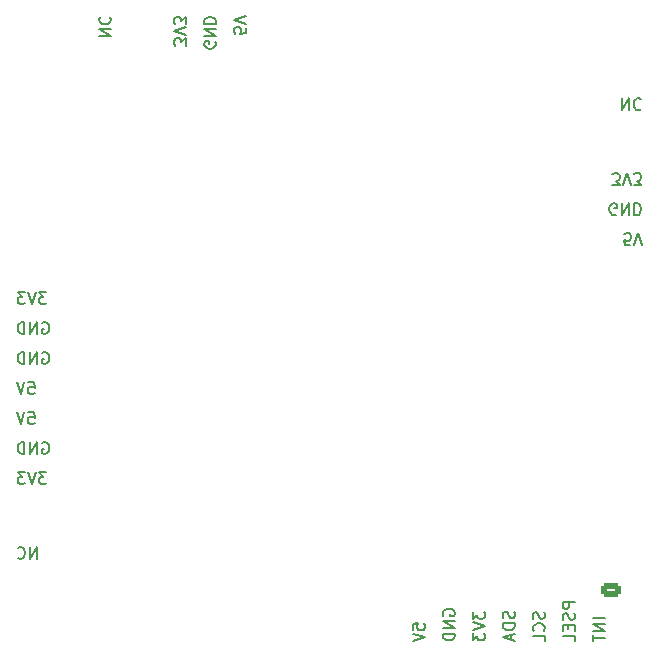
<source format=gbo>
G04 #@! TF.GenerationSoftware,KiCad,Pcbnew,(6.0.9)*
G04 #@! TF.CreationDate,2024-01-10T20:12:20+09:00*
G04 #@! TF.ProjectId,BatteryBoard,42617474-6572-4794-926f-6172642e6b69,rev?*
G04 #@! TF.SameCoordinates,Original*
G04 #@! TF.FileFunction,Legend,Bot*
G04 #@! TF.FilePolarity,Positive*
%FSLAX46Y46*%
G04 Gerber Fmt 4.6, Leading zero omitted, Abs format (unit mm)*
G04 Created by KiCad (PCBNEW (6.0.9)) date 2024-01-10 20:12:20*
%MOMM*%
%LPD*%
G01*
G04 APERTURE LIST*
G04 Aperture macros list*
%AMRoundRect*
0 Rectangle with rounded corners*
0 $1 Rounding radius*
0 $2 $3 $4 $5 $6 $7 $8 $9 X,Y pos of 4 corners*
0 Add a 4 corners polygon primitive as box body*
4,1,4,$2,$3,$4,$5,$6,$7,$8,$9,$2,$3,0*
0 Add four circle primitives for the rounded corners*
1,1,$1+$1,$2,$3*
1,1,$1+$1,$4,$5*
1,1,$1+$1,$6,$7*
1,1,$1+$1,$8,$9*
0 Add four rect primitives between the rounded corners*
20,1,$1+$1,$2,$3,$4,$5,0*
20,1,$1+$1,$4,$5,$6,$7,0*
20,1,$1+$1,$6,$7,$8,$9,0*
20,1,$1+$1,$8,$9,$2,$3,0*%
G04 Aperture macros list end*
%ADD10C,0.150000*%
%ADD11R,1.500000X2.500000*%
%ADD12O,1.500000X2.500000*%
%ADD13C,3.000000*%
%ADD14R,1.700000X1.700000*%
%ADD15O,1.700000X1.700000*%
%ADD16O,1.000000X1.700000*%
%ADD17C,0.700000*%
%ADD18C,4.400000*%
%ADD19RoundRect,0.250000X0.625000X-0.350000X0.625000X0.350000X-0.625000X0.350000X-0.625000X-0.350000X0*%
%ADD20O,1.750000X1.200000*%
G04 APERTURE END LIST*
D10*
X173312380Y-124524880D02*
X172312380Y-124524880D01*
X173312380Y-125001071D02*
X172312380Y-125001071D01*
X173312380Y-125572500D01*
X172312380Y-125572500D01*
X172312380Y-125905833D02*
X172312380Y-126477261D01*
X173312380Y-126191547D02*
X172312380Y-126191547D01*
X157072380Y-125477261D02*
X157072380Y-125001071D01*
X157548571Y-124953452D01*
X157500952Y-125001071D01*
X157453333Y-125096309D01*
X157453333Y-125334404D01*
X157500952Y-125429642D01*
X157548571Y-125477261D01*
X157643809Y-125524880D01*
X157881904Y-125524880D01*
X157977142Y-125477261D01*
X158024761Y-125429642D01*
X158072380Y-125334404D01*
X158072380Y-125096309D01*
X158024761Y-125001071D01*
X157977142Y-124953452D01*
X157072380Y-125810595D02*
X158072380Y-126143928D01*
X157072380Y-126477261D01*
X125713214Y-109660000D02*
X125808452Y-109612380D01*
X125951309Y-109612380D01*
X126094166Y-109660000D01*
X126189404Y-109755238D01*
X126237023Y-109850476D01*
X126284642Y-110040952D01*
X126284642Y-110183809D01*
X126237023Y-110374285D01*
X126189404Y-110469523D01*
X126094166Y-110564761D01*
X125951309Y-110612380D01*
X125856071Y-110612380D01*
X125713214Y-110564761D01*
X125665595Y-110517142D01*
X125665595Y-110183809D01*
X125856071Y-110183809D01*
X125237023Y-110612380D02*
X125237023Y-109612380D01*
X124665595Y-110612380D01*
X124665595Y-109612380D01*
X124189404Y-110612380D02*
X124189404Y-109612380D01*
X123951309Y-109612380D01*
X123808452Y-109660000D01*
X123713214Y-109755238D01*
X123665595Y-109850476D01*
X123617976Y-110040952D01*
X123617976Y-110183809D01*
X123665595Y-110374285D01*
X123713214Y-110469523D01*
X123808452Y-110564761D01*
X123951309Y-110612380D01*
X124189404Y-110612380D01*
X124522738Y-107072380D02*
X124998928Y-107072380D01*
X125046547Y-107548571D01*
X124998928Y-107500952D01*
X124903690Y-107453333D01*
X124665595Y-107453333D01*
X124570357Y-107500952D01*
X124522738Y-107548571D01*
X124475119Y-107643809D01*
X124475119Y-107881904D01*
X124522738Y-107977142D01*
X124570357Y-108024761D01*
X124665595Y-108072380D01*
X124903690Y-108072380D01*
X124998928Y-108024761D01*
X125046547Y-107977142D01*
X124189404Y-107072380D02*
X123856071Y-108072380D01*
X123522738Y-107072380D01*
X174286785Y-90340000D02*
X174191547Y-90387619D01*
X174048690Y-90387619D01*
X173905833Y-90340000D01*
X173810595Y-90244761D01*
X173762976Y-90149523D01*
X173715357Y-89959047D01*
X173715357Y-89816190D01*
X173762976Y-89625714D01*
X173810595Y-89530476D01*
X173905833Y-89435238D01*
X174048690Y-89387619D01*
X174143928Y-89387619D01*
X174286785Y-89435238D01*
X174334404Y-89482857D01*
X174334404Y-89816190D01*
X174143928Y-89816190D01*
X174762976Y-89387619D02*
X174762976Y-90387619D01*
X175334404Y-89387619D01*
X175334404Y-90387619D01*
X175810595Y-89387619D02*
X175810595Y-90387619D01*
X176048690Y-90387619D01*
X176191547Y-90340000D01*
X176286785Y-90244761D01*
X176334404Y-90149523D01*
X176382023Y-89959047D01*
X176382023Y-89816190D01*
X176334404Y-89625714D01*
X176286785Y-89530476D01*
X176191547Y-89435238D01*
X176048690Y-89387619D01*
X175810595Y-89387619D01*
X165644761Y-123953452D02*
X165692380Y-124096309D01*
X165692380Y-124334404D01*
X165644761Y-124429642D01*
X165597142Y-124477261D01*
X165501904Y-124524880D01*
X165406666Y-124524880D01*
X165311428Y-124477261D01*
X165263809Y-124429642D01*
X165216190Y-124334404D01*
X165168571Y-124143928D01*
X165120952Y-124048690D01*
X165073333Y-124001071D01*
X164978095Y-123953452D01*
X164882857Y-123953452D01*
X164787619Y-124001071D01*
X164740000Y-124048690D01*
X164692380Y-124143928D01*
X164692380Y-124382023D01*
X164740000Y-124524880D01*
X165692380Y-124953452D02*
X164692380Y-124953452D01*
X164692380Y-125191547D01*
X164740000Y-125334404D01*
X164835238Y-125429642D01*
X164930476Y-125477261D01*
X165120952Y-125524880D01*
X165263809Y-125524880D01*
X165454285Y-125477261D01*
X165549523Y-125429642D01*
X165644761Y-125334404D01*
X165692380Y-125191547D01*
X165692380Y-124953452D01*
X165406666Y-125905833D02*
X165406666Y-126382023D01*
X165692380Y-125810595D02*
X164692380Y-126143928D01*
X165692380Y-126477261D01*
X142927619Y-74522738D02*
X142927619Y-74998928D01*
X142451428Y-75046547D01*
X142499047Y-74998928D01*
X142546666Y-74903690D01*
X142546666Y-74665595D01*
X142499047Y-74570357D01*
X142451428Y-74522738D01*
X142356190Y-74475119D01*
X142118095Y-74475119D01*
X142022857Y-74522738D01*
X141975238Y-74570357D01*
X141927619Y-74665595D01*
X141927619Y-74903690D01*
X141975238Y-74998928D01*
X142022857Y-75046547D01*
X142927619Y-74189404D02*
X141927619Y-73856071D01*
X142927619Y-73522738D01*
X170772380Y-123143928D02*
X169772380Y-123143928D01*
X169772380Y-123524880D01*
X169820000Y-123620119D01*
X169867619Y-123667738D01*
X169962857Y-123715357D01*
X170105714Y-123715357D01*
X170200952Y-123667738D01*
X170248571Y-123620119D01*
X170296190Y-123524880D01*
X170296190Y-123143928D01*
X170724761Y-124096309D02*
X170772380Y-124239166D01*
X170772380Y-124477261D01*
X170724761Y-124572500D01*
X170677142Y-124620119D01*
X170581904Y-124667738D01*
X170486666Y-124667738D01*
X170391428Y-124620119D01*
X170343809Y-124572500D01*
X170296190Y-124477261D01*
X170248571Y-124286785D01*
X170200952Y-124191547D01*
X170153333Y-124143928D01*
X170058095Y-124096309D01*
X169962857Y-124096309D01*
X169867619Y-124143928D01*
X169820000Y-124191547D01*
X169772380Y-124286785D01*
X169772380Y-124524880D01*
X169820000Y-124667738D01*
X170248571Y-125096309D02*
X170248571Y-125429642D01*
X170772380Y-125572500D02*
X170772380Y-125096309D01*
X169772380Y-125096309D01*
X169772380Y-125572500D01*
X170772380Y-126477261D02*
X170772380Y-126001071D01*
X169772380Y-126001071D01*
X126046547Y-96912380D02*
X125427500Y-96912380D01*
X125760833Y-97293333D01*
X125617976Y-97293333D01*
X125522738Y-97340952D01*
X125475119Y-97388571D01*
X125427500Y-97483809D01*
X125427500Y-97721904D01*
X125475119Y-97817142D01*
X125522738Y-97864761D01*
X125617976Y-97912380D01*
X125903690Y-97912380D01*
X125998928Y-97864761D01*
X126046547Y-97817142D01*
X125141785Y-96912380D02*
X124808452Y-97912380D01*
X124475119Y-96912380D01*
X124237023Y-96912380D02*
X123617976Y-96912380D01*
X123951309Y-97293333D01*
X123808452Y-97293333D01*
X123713214Y-97340952D01*
X123665595Y-97388571D01*
X123617976Y-97483809D01*
X123617976Y-97721904D01*
X123665595Y-97817142D01*
X123713214Y-97864761D01*
X123808452Y-97912380D01*
X124094166Y-97912380D01*
X124189404Y-97864761D01*
X124237023Y-97817142D01*
X175477261Y-92927619D02*
X175001071Y-92927619D01*
X174953452Y-92451428D01*
X175001071Y-92499047D01*
X175096309Y-92546666D01*
X175334404Y-92546666D01*
X175429642Y-92499047D01*
X175477261Y-92451428D01*
X175524880Y-92356190D01*
X175524880Y-92118095D01*
X175477261Y-92022857D01*
X175429642Y-91975238D01*
X175334404Y-91927619D01*
X175096309Y-91927619D01*
X175001071Y-91975238D01*
X174953452Y-92022857D01*
X175810595Y-92927619D02*
X176143928Y-91927619D01*
X176477261Y-92927619D01*
X137847619Y-76046547D02*
X137847619Y-75427500D01*
X137466666Y-75760833D01*
X137466666Y-75617976D01*
X137419047Y-75522738D01*
X137371428Y-75475119D01*
X137276190Y-75427500D01*
X137038095Y-75427500D01*
X136942857Y-75475119D01*
X136895238Y-75522738D01*
X136847619Y-75617976D01*
X136847619Y-75903690D01*
X136895238Y-75998928D01*
X136942857Y-76046547D01*
X137847619Y-75141785D02*
X136847619Y-74808452D01*
X137847619Y-74475119D01*
X137847619Y-74237023D02*
X137847619Y-73617976D01*
X137466666Y-73951309D01*
X137466666Y-73808452D01*
X137419047Y-73713214D01*
X137371428Y-73665595D01*
X137276190Y-73617976D01*
X137038095Y-73617976D01*
X136942857Y-73665595D01*
X136895238Y-73713214D01*
X136847619Y-73808452D01*
X136847619Y-74094166D01*
X136895238Y-74189404D01*
X136942857Y-74237023D01*
X173953452Y-87847619D02*
X174572500Y-87847619D01*
X174239166Y-87466666D01*
X174382023Y-87466666D01*
X174477261Y-87419047D01*
X174524880Y-87371428D01*
X174572500Y-87276190D01*
X174572500Y-87038095D01*
X174524880Y-86942857D01*
X174477261Y-86895238D01*
X174382023Y-86847619D01*
X174096309Y-86847619D01*
X174001071Y-86895238D01*
X173953452Y-86942857D01*
X174858214Y-87847619D02*
X175191547Y-86847619D01*
X175524880Y-87847619D01*
X175762976Y-87847619D02*
X176382023Y-87847619D01*
X176048690Y-87466666D01*
X176191547Y-87466666D01*
X176286785Y-87419047D01*
X176334404Y-87371428D01*
X176382023Y-87276190D01*
X176382023Y-87038095D01*
X176334404Y-86942857D01*
X176286785Y-86895238D01*
X176191547Y-86847619D01*
X175905833Y-86847619D01*
X175810595Y-86895238D01*
X175762976Y-86942857D01*
X125713214Y-99500000D02*
X125808452Y-99452380D01*
X125951309Y-99452380D01*
X126094166Y-99500000D01*
X126189404Y-99595238D01*
X126237023Y-99690476D01*
X126284642Y-99880952D01*
X126284642Y-100023809D01*
X126237023Y-100214285D01*
X126189404Y-100309523D01*
X126094166Y-100404761D01*
X125951309Y-100452380D01*
X125856071Y-100452380D01*
X125713214Y-100404761D01*
X125665595Y-100357142D01*
X125665595Y-100023809D01*
X125856071Y-100023809D01*
X125237023Y-100452380D02*
X125237023Y-99452380D01*
X124665595Y-100452380D01*
X124665595Y-99452380D01*
X124189404Y-100452380D02*
X124189404Y-99452380D01*
X123951309Y-99452380D01*
X123808452Y-99500000D01*
X123713214Y-99595238D01*
X123665595Y-99690476D01*
X123617976Y-99880952D01*
X123617976Y-100023809D01*
X123665595Y-100214285D01*
X123713214Y-100309523D01*
X123808452Y-100404761D01*
X123951309Y-100452380D01*
X124189404Y-100452380D01*
X162152380Y-123953452D02*
X162152380Y-124572500D01*
X162533333Y-124239166D01*
X162533333Y-124382023D01*
X162580952Y-124477261D01*
X162628571Y-124524880D01*
X162723809Y-124572500D01*
X162961904Y-124572500D01*
X163057142Y-124524880D01*
X163104761Y-124477261D01*
X163152380Y-124382023D01*
X163152380Y-124096309D01*
X163104761Y-124001071D01*
X163057142Y-123953452D01*
X162152380Y-124858214D02*
X163152380Y-125191547D01*
X162152380Y-125524880D01*
X162152380Y-125762976D02*
X162152380Y-126382023D01*
X162533333Y-126048690D01*
X162533333Y-126191547D01*
X162580952Y-126286785D01*
X162628571Y-126334404D01*
X162723809Y-126382023D01*
X162961904Y-126382023D01*
X163057142Y-126334404D01*
X163104761Y-126286785D01*
X163152380Y-126191547D01*
X163152380Y-125905833D01*
X163104761Y-125810595D01*
X163057142Y-125762976D01*
X126046547Y-112152380D02*
X125427500Y-112152380D01*
X125760833Y-112533333D01*
X125617976Y-112533333D01*
X125522738Y-112580952D01*
X125475119Y-112628571D01*
X125427500Y-112723809D01*
X125427500Y-112961904D01*
X125475119Y-113057142D01*
X125522738Y-113104761D01*
X125617976Y-113152380D01*
X125903690Y-113152380D01*
X125998928Y-113104761D01*
X126046547Y-113057142D01*
X125141785Y-112152380D02*
X124808452Y-113152380D01*
X124475119Y-112152380D01*
X124237023Y-112152380D02*
X123617976Y-112152380D01*
X123951309Y-112533333D01*
X123808452Y-112533333D01*
X123713214Y-112580952D01*
X123665595Y-112628571D01*
X123617976Y-112723809D01*
X123617976Y-112961904D01*
X123665595Y-113057142D01*
X123713214Y-113104761D01*
X123808452Y-113152380D01*
X124094166Y-113152380D01*
X124189404Y-113104761D01*
X124237023Y-113057142D01*
X125237023Y-119502380D02*
X125237023Y-118502380D01*
X124665595Y-119502380D01*
X124665595Y-118502380D01*
X123617976Y-119407142D02*
X123665595Y-119454761D01*
X123808452Y-119502380D01*
X123903690Y-119502380D01*
X124046547Y-119454761D01*
X124141785Y-119359523D01*
X124189404Y-119264285D01*
X124237023Y-119073809D01*
X124237023Y-118930952D01*
X124189404Y-118740476D01*
X124141785Y-118645238D01*
X124046547Y-118550000D01*
X123903690Y-118502380D01*
X123808452Y-118502380D01*
X123665595Y-118550000D01*
X123617976Y-118597619D01*
X130497619Y-75237023D02*
X131497619Y-75237023D01*
X130497619Y-74665595D01*
X131497619Y-74665595D01*
X130592857Y-73617976D02*
X130545238Y-73665595D01*
X130497619Y-73808452D01*
X130497619Y-73903690D01*
X130545238Y-74046547D01*
X130640476Y-74141785D01*
X130735714Y-74189404D01*
X130926190Y-74237023D01*
X131069047Y-74237023D01*
X131259523Y-74189404D01*
X131354761Y-74141785D01*
X131450000Y-74046547D01*
X131497619Y-73903690D01*
X131497619Y-73808452D01*
X131450000Y-73665595D01*
X131402380Y-73617976D01*
X124522738Y-104532380D02*
X124998928Y-104532380D01*
X125046547Y-105008571D01*
X124998928Y-104960952D01*
X124903690Y-104913333D01*
X124665595Y-104913333D01*
X124570357Y-104960952D01*
X124522738Y-105008571D01*
X124475119Y-105103809D01*
X124475119Y-105341904D01*
X124522738Y-105437142D01*
X124570357Y-105484761D01*
X124665595Y-105532380D01*
X124903690Y-105532380D01*
X124998928Y-105484761D01*
X125046547Y-105437142D01*
X124189404Y-104532380D02*
X123856071Y-105532380D01*
X123522738Y-104532380D01*
X168184761Y-124001071D02*
X168232380Y-124143928D01*
X168232380Y-124382023D01*
X168184761Y-124477261D01*
X168137142Y-124524880D01*
X168041904Y-124572500D01*
X167946666Y-124572500D01*
X167851428Y-124524880D01*
X167803809Y-124477261D01*
X167756190Y-124382023D01*
X167708571Y-124191547D01*
X167660952Y-124096309D01*
X167613333Y-124048690D01*
X167518095Y-124001071D01*
X167422857Y-124001071D01*
X167327619Y-124048690D01*
X167280000Y-124096309D01*
X167232380Y-124191547D01*
X167232380Y-124429642D01*
X167280000Y-124572500D01*
X168137142Y-125572500D02*
X168184761Y-125524880D01*
X168232380Y-125382023D01*
X168232380Y-125286785D01*
X168184761Y-125143928D01*
X168089523Y-125048690D01*
X167994285Y-125001071D01*
X167803809Y-124953452D01*
X167660952Y-124953452D01*
X167470476Y-125001071D01*
X167375238Y-125048690D01*
X167280000Y-125143928D01*
X167232380Y-125286785D01*
X167232380Y-125382023D01*
X167280000Y-125524880D01*
X167327619Y-125572500D01*
X168232380Y-126477261D02*
X168232380Y-126001071D01*
X167232380Y-126001071D01*
X174762976Y-80497619D02*
X174762976Y-81497619D01*
X175334404Y-80497619D01*
X175334404Y-81497619D01*
X176382023Y-80592857D02*
X176334404Y-80545238D01*
X176191547Y-80497619D01*
X176096309Y-80497619D01*
X175953452Y-80545238D01*
X175858214Y-80640476D01*
X175810595Y-80735714D01*
X175762976Y-80926190D01*
X175762976Y-81069047D01*
X175810595Y-81259523D01*
X175858214Y-81354761D01*
X175953452Y-81450000D01*
X176096309Y-81497619D01*
X176191547Y-81497619D01*
X176334404Y-81450000D01*
X176382023Y-81402380D01*
X140340000Y-75713214D02*
X140387619Y-75808452D01*
X140387619Y-75951309D01*
X140340000Y-76094166D01*
X140244761Y-76189404D01*
X140149523Y-76237023D01*
X139959047Y-76284642D01*
X139816190Y-76284642D01*
X139625714Y-76237023D01*
X139530476Y-76189404D01*
X139435238Y-76094166D01*
X139387619Y-75951309D01*
X139387619Y-75856071D01*
X139435238Y-75713214D01*
X139482857Y-75665595D01*
X139816190Y-75665595D01*
X139816190Y-75856071D01*
X139387619Y-75237023D02*
X140387619Y-75237023D01*
X139387619Y-74665595D01*
X140387619Y-74665595D01*
X139387619Y-74189404D02*
X140387619Y-74189404D01*
X140387619Y-73951309D01*
X140340000Y-73808452D01*
X140244761Y-73713214D01*
X140149523Y-73665595D01*
X139959047Y-73617976D01*
X139816190Y-73617976D01*
X139625714Y-73665595D01*
X139530476Y-73713214D01*
X139435238Y-73808452D01*
X139387619Y-73951309D01*
X139387619Y-74189404D01*
X125713214Y-102040000D02*
X125808452Y-101992380D01*
X125951309Y-101992380D01*
X126094166Y-102040000D01*
X126189404Y-102135238D01*
X126237023Y-102230476D01*
X126284642Y-102420952D01*
X126284642Y-102563809D01*
X126237023Y-102754285D01*
X126189404Y-102849523D01*
X126094166Y-102944761D01*
X125951309Y-102992380D01*
X125856071Y-102992380D01*
X125713214Y-102944761D01*
X125665595Y-102897142D01*
X125665595Y-102563809D01*
X125856071Y-102563809D01*
X125237023Y-102992380D02*
X125237023Y-101992380D01*
X124665595Y-102992380D01*
X124665595Y-101992380D01*
X124189404Y-102992380D02*
X124189404Y-101992380D01*
X123951309Y-101992380D01*
X123808452Y-102040000D01*
X123713214Y-102135238D01*
X123665595Y-102230476D01*
X123617976Y-102420952D01*
X123617976Y-102563809D01*
X123665595Y-102754285D01*
X123713214Y-102849523D01*
X123808452Y-102944761D01*
X123951309Y-102992380D01*
X124189404Y-102992380D01*
X159660000Y-124286785D02*
X159612380Y-124191547D01*
X159612380Y-124048690D01*
X159660000Y-123905833D01*
X159755238Y-123810595D01*
X159850476Y-123762976D01*
X160040952Y-123715357D01*
X160183809Y-123715357D01*
X160374285Y-123762976D01*
X160469523Y-123810595D01*
X160564761Y-123905833D01*
X160612380Y-124048690D01*
X160612380Y-124143928D01*
X160564761Y-124286785D01*
X160517142Y-124334404D01*
X160183809Y-124334404D01*
X160183809Y-124143928D01*
X160612380Y-124762976D02*
X159612380Y-124762976D01*
X160612380Y-125334404D01*
X159612380Y-125334404D01*
X160612380Y-125810595D02*
X159612380Y-125810595D01*
X159612380Y-126048690D01*
X159660000Y-126191547D01*
X159755238Y-126286785D01*
X159850476Y-126334404D01*
X160040952Y-126382023D01*
X160183809Y-126382023D01*
X160374285Y-126334404D01*
X160469523Y-126286785D01*
X160564761Y-126191547D01*
X160612380Y-126048690D01*
X160612380Y-125810595D01*
%LPC*%
D11*
X142380000Y-127432000D03*
D12*
X139840000Y-127432000D03*
X137300000Y-127432000D03*
D13*
X164810000Y-80950000D03*
X164810000Y-86030000D03*
X172430000Y-83490000D03*
X122490000Y-83490000D03*
X130110000Y-80950000D03*
X130110000Y-86030000D03*
D14*
X122060000Y-107620000D03*
D15*
X122060000Y-110160000D03*
X122060000Y-112700000D03*
X122060000Y-115240000D03*
X122060000Y-117780000D03*
X122060000Y-120320000D03*
X122060000Y-122860000D03*
D16*
X145680000Y-123641000D03*
X154320000Y-123641000D03*
X145680000Y-127441000D03*
X154320000Y-127441000D03*
D17*
X175850000Y-127500000D03*
X178666726Y-128666726D03*
X178666726Y-126333274D03*
X179150000Y-127500000D03*
D18*
X177500000Y-127500000D03*
D17*
X177500000Y-129150000D03*
X177500000Y-125850000D03*
X176333274Y-126333274D03*
X176333274Y-128666726D03*
D13*
X127570000Y-103810000D03*
X135190000Y-106350000D03*
X135190000Y-101270000D03*
X169890000Y-101270000D03*
X177510000Y-103810000D03*
X169890000Y-106350000D03*
D14*
X142380000Y-72060000D03*
D15*
X139840000Y-72060000D03*
X137300000Y-72060000D03*
X134760000Y-72060000D03*
X132220000Y-72060000D03*
X129680000Y-72060000D03*
X127140000Y-72060000D03*
D19*
X173834000Y-122082000D03*
D20*
X173834000Y-120082000D03*
D14*
X122060000Y-105080000D03*
D15*
X122060000Y-102540000D03*
X122060000Y-100000000D03*
X122060000Y-97460000D03*
D14*
X177940000Y-92380000D03*
D15*
X177940000Y-89840000D03*
X177940000Y-87300000D03*
X177940000Y-84760000D03*
X177940000Y-82220000D03*
X177940000Y-79680000D03*
X177940000Y-77140000D03*
D14*
X157620000Y-127940000D03*
D15*
X160160000Y-127940000D03*
X162700000Y-127940000D03*
X165240000Y-127940000D03*
X167780000Y-127940000D03*
X170320000Y-127940000D03*
X172860000Y-127940000D03*
D17*
X122500000Y-129150000D03*
X123666726Y-128666726D03*
X121333274Y-128666726D03*
X121333274Y-126333274D03*
X122500000Y-125850000D03*
X124150000Y-127500000D03*
X120850000Y-127500000D03*
D18*
X122500000Y-127500000D03*
D17*
X123666726Y-126333274D03*
X123666726Y-73666726D03*
X121333274Y-71333274D03*
D18*
X122500000Y-72500000D03*
D17*
X121333274Y-73666726D03*
X123666726Y-71333274D03*
X120850000Y-72500000D03*
X122500000Y-70850000D03*
X124150000Y-72500000D03*
X122500000Y-74150000D03*
X178666726Y-71333274D03*
X175850000Y-72500000D03*
X176333274Y-71333274D03*
X176333274Y-73666726D03*
X177500000Y-70850000D03*
X179150000Y-72500000D03*
X177500000Y-74150000D03*
X178666726Y-73666726D03*
D18*
X177500000Y-72500000D03*
M02*

</source>
